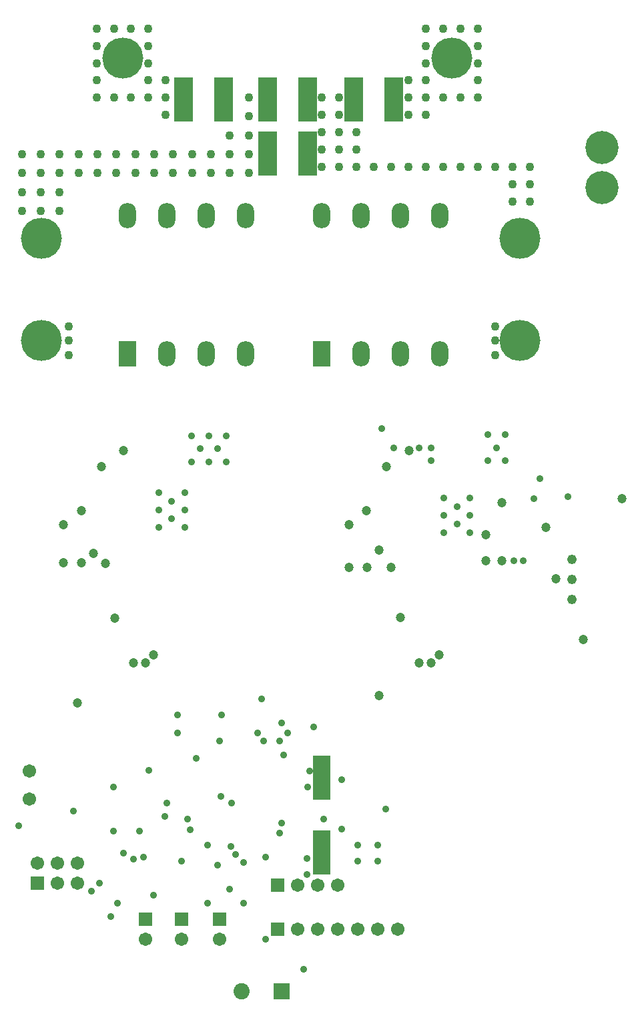
<source format=gbs>
G04*
G04 #@! TF.GenerationSoftware,Altium Limited,Altium Designer,21.0.9 (235)*
G04*
G04 Layer_Color=16711935*
%FSLAX25Y25*%
%MOIN*%
G70*
G04*
G04 #@! TF.SameCoordinates,E5C10B9F-721F-4CD3-8270-1C0E1EB20485*
G04*
G04*
G04 #@! TF.FilePolarity,Negative*
G04*
G01*
G75*
%ADD41R,0.09461X0.22453*%
%ADD57R,0.08083X0.08083*%
%ADD61C,0.20485*%
%ADD62O,0.08674X0.12611*%
%ADD63R,0.08674X0.12611*%
%ADD64C,0.04800*%
%ADD65C,0.06706*%
%ADD66R,0.06706X0.06706*%
%ADD67C,0.16548*%
%ADD68C,0.08083*%
%ADD69C,0.04343*%
%ADD70C,0.04737*%
%ADD71C,0.03556*%
%ADD92R,0.08674X0.22453*%
D41*
X553059Y631500D02*
D03*
X572941D02*
D03*
X510000Y604500D02*
D03*
X529882D02*
D03*
X529941Y631500D02*
D03*
X510059D02*
D03*
X468059D02*
D03*
X487941D02*
D03*
D57*
X517000Y186000D02*
D03*
D61*
X602000Y652000D02*
D03*
X437500D02*
D03*
X635827Y562000D02*
D03*
Y511000D02*
D03*
X396850Y562000D02*
D03*
Y511000D02*
D03*
D62*
X479343Y573449D02*
D03*
X459657D02*
D03*
X479343Y504551D02*
D03*
X459657D02*
D03*
X439972Y573449D02*
D03*
X499028D02*
D03*
Y504551D02*
D03*
X595870Y504500D02*
D03*
Y573398D02*
D03*
X536815D02*
D03*
X556500Y504500D02*
D03*
X576185D02*
D03*
X556500Y573398D02*
D03*
X576185D02*
D03*
D63*
X439972Y504551D02*
D03*
X536815Y504500D02*
D03*
D64*
X662000Y401700D02*
D03*
Y381700D02*
D03*
Y391700D02*
D03*
D65*
X486000Y212000D02*
D03*
X467000D02*
D03*
X449000D02*
D03*
X391000Y296000D02*
D03*
Y282000D02*
D03*
X415000Y240000D02*
D03*
X405000Y250000D02*
D03*
Y240000D02*
D03*
X395000Y250000D02*
D03*
X415000D02*
D03*
X545000Y239000D02*
D03*
X535000D02*
D03*
X525000D02*
D03*
X535000Y217000D02*
D03*
X545000D02*
D03*
X555000D02*
D03*
X565000D02*
D03*
X575000D02*
D03*
X525000D02*
D03*
D66*
X449000Y222000D02*
D03*
X486000D02*
D03*
X467000D02*
D03*
X395000Y240000D02*
D03*
X515000Y239000D02*
D03*
Y217000D02*
D03*
D67*
X677000Y587500D02*
D03*
Y607500D02*
D03*
D68*
X497000Y186000D02*
D03*
D69*
X396551Y575750D02*
D03*
X443795Y604097D02*
D03*
X387102Y575750D02*
D03*
X472142Y604097D02*
D03*
X481591Y594648D02*
D03*
X387102Y604097D02*
D03*
X443795Y594648D02*
D03*
X500488Y622994D02*
D03*
X410500Y518250D02*
D03*
X453244Y594648D02*
D03*
X387102D02*
D03*
X410500Y503750D02*
D03*
X406000Y594648D02*
D03*
X491039D02*
D03*
X396551D02*
D03*
X500488D02*
D03*
Y632443D02*
D03*
X415449Y594648D02*
D03*
X462693Y604097D02*
D03*
Y594648D02*
D03*
X472142D02*
D03*
X434346D02*
D03*
X424898D02*
D03*
X500488Y604097D02*
D03*
X623500Y511000D02*
D03*
X406000Y575750D02*
D03*
Y604097D02*
D03*
X623500Y518250D02*
D03*
X406000Y585199D02*
D03*
X500488Y613545D02*
D03*
X396551Y604097D02*
D03*
X387102Y585199D02*
D03*
X491039Y604097D02*
D03*
X424898D02*
D03*
X481591D02*
D03*
X415449D02*
D03*
X396551Y585199D02*
D03*
X410500Y511000D02*
D03*
X453244Y604097D02*
D03*
X491039Y613545D02*
D03*
X623500Y503750D02*
D03*
X434346Y604097D02*
D03*
X554331Y597638D02*
D03*
X640945Y580315D02*
D03*
X632284D02*
D03*
X545670Y597638D02*
D03*
Y614961D02*
D03*
X537008Y623622D02*
D03*
Y606299D02*
D03*
X545670Y632284D02*
D03*
Y606299D02*
D03*
Y623622D02*
D03*
X554331Y614961D02*
D03*
X537008Y597638D02*
D03*
Y614961D02*
D03*
Y632284D02*
D03*
X554331Y606299D02*
D03*
X614961Y666929D02*
D03*
Y658268D02*
D03*
Y649607D02*
D03*
Y640945D02*
D03*
Y632284D02*
D03*
X606299Y666929D02*
D03*
Y632284D02*
D03*
X597638Y666929D02*
D03*
Y632284D02*
D03*
X588977Y666929D02*
D03*
Y658268D02*
D03*
Y649607D02*
D03*
Y640945D02*
D03*
Y632284D02*
D03*
Y623622D02*
D03*
X580315Y640945D02*
D03*
Y632284D02*
D03*
Y623622D02*
D03*
X459055Y640945D02*
D03*
Y632284D02*
D03*
Y623622D02*
D03*
X450394Y666929D02*
D03*
Y658268D02*
D03*
Y649607D02*
D03*
Y640945D02*
D03*
Y632284D02*
D03*
X441732Y666929D02*
D03*
Y632284D02*
D03*
X433071Y666929D02*
D03*
Y632284D02*
D03*
X424410Y666929D02*
D03*
Y658268D02*
D03*
Y649607D02*
D03*
Y640945D02*
D03*
Y632284D02*
D03*
X640945Y597638D02*
D03*
Y588977D02*
D03*
X632284Y597638D02*
D03*
Y588977D02*
D03*
X623622Y597638D02*
D03*
X614961D02*
D03*
X606299D02*
D03*
X597638D02*
D03*
X588977D02*
D03*
X580315D02*
D03*
X571654D02*
D03*
X562992D02*
D03*
D70*
X565500Y406500D02*
D03*
X619000Y401000D02*
D03*
X654000Y392000D02*
D03*
X649000Y417700D02*
D03*
X687000Y432000D02*
D03*
X627000Y430000D02*
D03*
Y401000D02*
D03*
X550402Y397672D02*
D03*
X559402D02*
D03*
X571402D02*
D03*
X417000Y426000D02*
D03*
X433574Y372415D02*
D03*
X565522Y333703D02*
D03*
X569400Y448000D02*
D03*
X667685Y361700D02*
D03*
X619000Y414000D02*
D03*
X580402Y456000D02*
D03*
X452801Y354050D02*
D03*
X559400Y426000D02*
D03*
X576275Y372858D02*
D03*
X585402Y350000D02*
D03*
X591402D02*
D03*
X595402Y354000D02*
D03*
X550402Y419000D02*
D03*
X449000Y350000D02*
D03*
X443000D02*
D03*
X408000Y400000D02*
D03*
X417000D02*
D03*
X429000Y399727D02*
D03*
X422845Y404845D02*
D03*
X408000Y419000D02*
D03*
X427000Y448000D02*
D03*
X438000Y456000D02*
D03*
X415000Y330000D02*
D03*
D71*
X573000Y457500D02*
D03*
X385653Y268847D02*
D03*
X431500Y223500D02*
D03*
X486425Y283425D02*
D03*
X458543Y273543D02*
D03*
X459500Y280276D02*
D03*
X446000Y265982D02*
D03*
X433000Y266000D02*
D03*
X437778Y255276D02*
D03*
X474346Y302346D02*
D03*
X450500Y296500D02*
D03*
X494000Y254500D02*
D03*
X509000Y253000D02*
D03*
X491638Y258362D02*
D03*
X497958Y230000D02*
D03*
Y250500D02*
D03*
X529500Y252500D02*
D03*
X547000Y267000D02*
D03*
X565000Y251000D02*
D03*
X555000D02*
D03*
X529500Y244500D02*
D03*
X509000Y212000D02*
D03*
X485000Y249000D02*
D03*
X487000Y324000D02*
D03*
X492022Y280000D02*
D03*
X517000Y320000D02*
D03*
X533000Y318000D02*
D03*
X465000Y324000D02*
D03*
X520000Y315000D02*
D03*
X507773Y311000D02*
D03*
X516000D02*
D03*
X518000Y304000D02*
D03*
X505000Y315000D02*
D03*
X567000Y467000D02*
D03*
X643000Y431969D02*
D03*
X646000Y442000D02*
D03*
X637472Y401000D02*
D03*
X660000Y433000D02*
D03*
X633000Y401000D02*
D03*
X453000Y234000D02*
D03*
X491000Y237000D02*
D03*
X547000Y291898D02*
D03*
X528000Y197000D02*
D03*
X426000Y240000D02*
D03*
X422000Y236000D02*
D03*
X448000Y253000D02*
D03*
X471071Y266929D02*
D03*
X443000Y252000D02*
D03*
X470000Y272000D02*
D03*
X480000Y230000D02*
D03*
X435000D02*
D03*
X433000Y288000D02*
D03*
X413035Y276000D02*
D03*
X538000Y272262D02*
D03*
X530000Y288000D02*
D03*
X530979Y296021D02*
D03*
X517000Y270000D02*
D03*
X568962Y276962D02*
D03*
X516000Y265000D02*
D03*
X467000Y251000D02*
D03*
X480000Y259000D02*
D03*
X565000D02*
D03*
X555000D02*
D03*
X465000Y315140D02*
D03*
X486000Y311000D02*
D03*
X585500Y457500D02*
D03*
X591500Y451000D02*
D03*
Y457500D02*
D03*
X507000Y332000D02*
D03*
X598000Y432411D02*
D03*
Y423706D02*
D03*
Y415000D02*
D03*
X611000Y432411D02*
D03*
Y423706D02*
D03*
Y415000D02*
D03*
X604500Y428059D02*
D03*
Y419353D02*
D03*
X624353Y457500D02*
D03*
X628706Y464000D02*
D03*
X620000D02*
D03*
X628706Y451000D02*
D03*
X620000D02*
D03*
X476294Y457000D02*
D03*
X485000D02*
D03*
X480647Y450500D02*
D03*
X471941D02*
D03*
X489353D02*
D03*
X480647Y463500D02*
D03*
X471941D02*
D03*
X489353D02*
D03*
X462000Y422000D02*
D03*
X468500Y426353D02*
D03*
Y435059D02*
D03*
X462000Y430706D02*
D03*
X468500Y417647D02*
D03*
X455500Y426353D02*
D03*
Y435059D02*
D03*
Y417647D02*
D03*
D92*
X537000Y292701D02*
D03*
Y255299D02*
D03*
M02*

</source>
